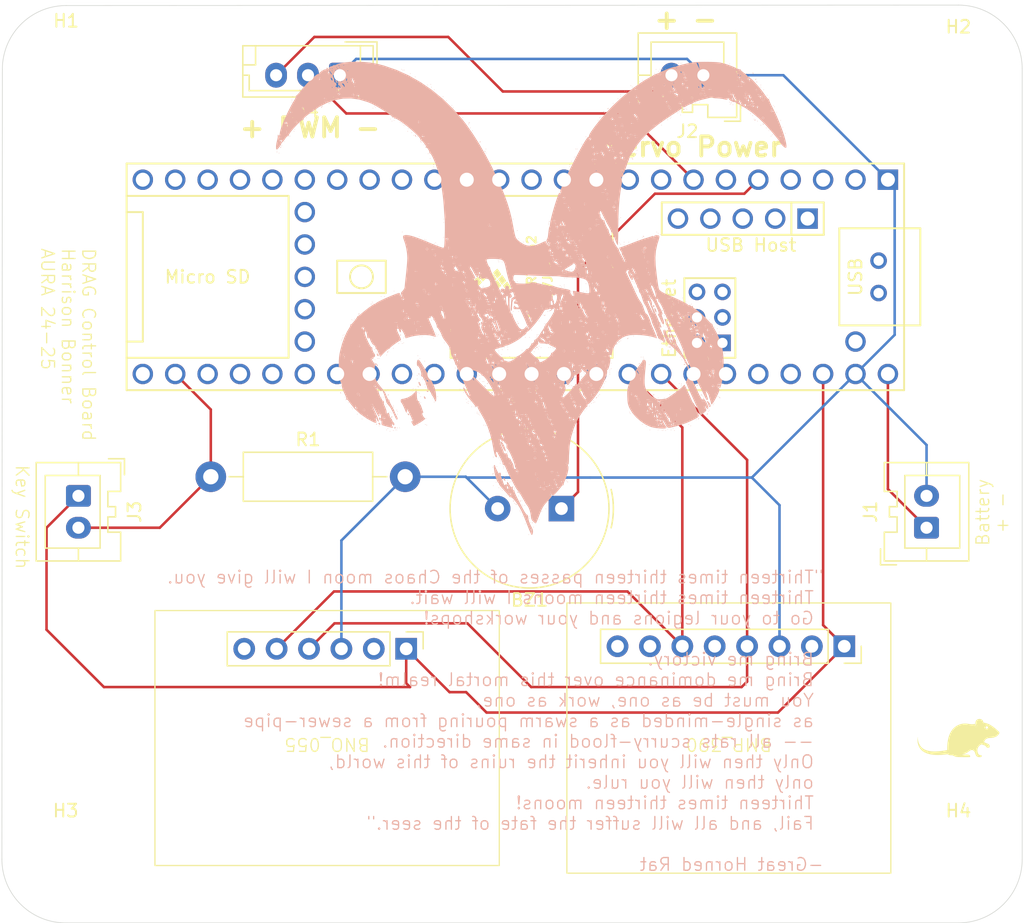
<source format=kicad_pcb>
(kicad_pcb (version 20240108) (generator "pcbnew") (generator_version "8.0")
  (layers (0 "F.Cu" signal) (31 "B.Cu" signal) (34 "B.Paste" user) (35 "F.Paste" user) (36 "B.SilkS" user "B.Silkscreen") (37 "F.SilkS" user "F.Silkscreen") (38 "B.Mask" user) (39 "F.Mask" user) (44 "Edge.Cuts" user))
  (net 0 "")
  (net 1 "SCL")
  (net 2 "3v3")
  (net 4 "SDA")
  (net 5 "GND")
  (net 8 "Net-(BZ1-+)")
  (net 9 "Net-(J1-Pin_1)")
  (net 10 "Net-(J3-Pin_2)")
  (net 56 "SERVO_POWER")
  (net 73 "SERVO_PMW")
  (footprint "MountingHole:MountingHole_3.2mm_M3_DIN965" (layer "F.Cu") (at 212 69)
    (property "Reference" "H2" (at 0 -3.8 0) (layer "F.SilkS"))
    (property "Value" "MountingHole")
    (pad "" np_thru_hole circle (at 0 0) (size 3.2 3.2) (drill 3.2) (layers "*.Cu" "*.Mask"))
  )
  (footprint "MountingHole:MountingHole_3.2mm_M3_DIN965" (layer "F.Cu") (at 142.035534 68.535534)
    (property "Reference" "H1" (at 0 -3.8 0) (layer "F.SilkS"))
    (property "Value" "MountingHole")
    (pad "" np_thru_hole circle (at 0 0) (size 3.2 3.2) (drill 3.2) (layers "*.Cu" "*.Mask"))
  )
  (footprint "Breakouts:Teensy41" (layer "F.Cu") (at 177.26 84.8184 180)
    (property "Reference" "U1" (at 0 -10.16 0) (layer "F.SilkS"))
    (property "Value" "Teensy4.1")
    (fp_text user "USB Host" (at -18.4658 2.4892 0) (layer "F.SilkS"))
    (fp_text user "USB" (at -26.67 0 90) (layer "F.SilkS"))
    (fp_text user "Micro SD" (at 24.13 0 0) (layer "F.SilkS"))
    (fp_text user "MIMXRT1062" (at -1.27 0 90) (layer "F.SilkS") (effects (font (size 0.7 0.7))))
    (fp_text user "DVJ6A" (at -2.54 -0.18 90) (layer "F.SilkS") (effects (font (size 0.7 0.7))))
    (fp_text user "Ethernet" (at -12.065 -3.2766 90) (layer "F.SilkS"))
    (pad "1" thru_hole rect (at -29.21 7.62 180) (size 1.6 1.6) (drill 1.1) (layers "*.Cu" "*.Mask") (net 5 "GND"))
    (pad "2" thru_hole circle (at -26.67 7.62 180) (size 1.6 1.6) (drill 1.1) (layers "*.Cu" "*.Mask"))
    (pad "3" thru_hole circle (at -24.13 7.62 180) (size 1.6 1.6) (drill 1.1) (layers "*.Cu" "*.Mask"))
    (pad "4" thru_hole circle (at -21.59 7.62 180) (size 1.6 1.6) (drill 1.1) (layers "*.Cu" "*.Mask"))
    (pad "5" thru_hole circle (at -19.05 7.62 180) (size 1.6 1.6) (drill 1.1) (layers "*.Cu" "*.Mask") (net 8 "Net-(BZ1-+)"))
    (pad "6" thru_hole circle (at -16.51 7.62 180) (size 1.6 1.6) (drill 1.1) (layers "*.Cu" "*.Mask"))
    (pad "7" thru_hole circle (at -13.97 7.62 180) (size 1.6 1.6) (drill 1.1) (layers "*.Cu" "*.Mask") (net 73 "SERVO_PMW"))
    (pad "8" thru_hole circle (at -11.43 7.62 180) (size 1.6 1.6) (drill 1.1) (layers "*.Cu" "*.Mask"))
    (pad "9" thru_hole circle (at -8.89 7.62 180) (size 1.6 1.6) (drill 1.1) (layers "*.Cu" "*.Mask"))
    (pad "10" thru_hole circle (at -6.35 7.62 180) (size 1.6 1.6) (drill 1.1) (layers "*.Cu" "*.Mask"))
    (pad "11" thru_hole circle (at -3.81 7.62 180) (size 1.6 1.6) (drill 1.1) (layers "*.Cu" "*.Mask"))
    (pad "12" thru_hole circle (at -1.27 7.62 180) (size 1.6 1.6) (drill 1.1) (layers "*.Cu" "*.Mask"))
    (pad "13" thru_hole circle (at 1.27 7.62 180) (size 1.6 1.6) (drill 1.1) (layers "*.Cu" "*.Mask"))
    (pad "14" thru_hole circle (at 3.81 7.62 180) (size 1.6 1.6) (drill 1.1) (layers "*.Cu" "*.Mask"))
    (pad "15" thru_hole circle (at 6.35 7.62 180) (size 1.6 1.6) (drill 1.1) (layers "*.Cu" "*.Mask"))
    (pad "16" thru_hole circle (at 8.89 7.62 180) (size 1.6 1.6) (drill 1.1) (layers "*.Cu" "*.Mask"))
    (pad "17" thru_hole circle (at 11.43 7.62 180) (size 1.6 1.6) (drill 1.1) (layers "*.Cu" "*.Mask"))
    (pad "18" thru_hole circle (at 13.97 7.62 180) (size 1.6 1.6) (drill 1.1) (layers "*.Cu" "*.Mask"))
    (pad "19" thru_hole circle (at 16.51 7.62 180) (size 1.6 1.6) (drill 1.1) (layers "*.Cu" "*.Mask"))
    (pad "20" thru_hole circle (at 19.05 7.62 180) (size 1.6 1.6) (drill 1.1) (layers "*.Cu" "*.Mask"))
    (pad "21" thru_hole circle (at 21.59 7.62 180) (size 1.6 1.6) (drill 1.1) (layers "*.Cu" "*.Mask"))
    (pad "22" thru_hole circle (at 24.13 7.62 180) (size 1.6 1.6) (drill 1.1) (layers "*.Cu" "*.Mask"))
    (pad "23" thru_hole circle (at 26.67 7.62 180) (size 1.6 1.6) (drill 1.1) (layers "*.Cu" "*.Mask"))
    (pad "24" thru_hole circle (at 29.21 7.62 180) (size 1.6 1.6) (drill 1.1) (layers "*.Cu" "*.Mask"))
    (pad "25" thru_hole circle (at 29.21 -7.62 180) (size 1.6 1.6) (drill 1.1) (layers "*.Cu" "*.Mask"))
    (pad "26" thru_hole circle (at 26.67 -7.62 180) (size 1.6 1.6) (drill 1.1) (layers "*.Cu" "*.Mask") (net 10 "Net-(J3-Pin_2)"))
    (pad "27" thru_hole circle (at 24.13 -7.62 180) (size 1.6 1.6) (drill 1.1) (layers "*.Cu" "*.Mask"))
    (pad "28" thru_hole circle (at 21.59 -7.62 180) (size 1.6 1.6) (drill 1.1) (layers "*.Cu" "*.Mask"))
    (pad "29" thru_hole circle (at 19.05 -7.62 180) (size 1.6 1.6) (drill 1.1) (layers "*.Cu" "*.Mask"))
    (pad "30" thru_hole circle (at 16.51 -7.62 180) (size 1.6 1.6) (drill 1.1) (layers "*.Cu" "*.Mask"))
    (pad "31" thru_hole circle (at 13.97 -7.62 180) (size 1.6 1.6) (drill 1.1) (layers "*.Cu" "*.Mask"))
    (pad "32" thru_hole circle (at 11.43 -7.62 180) (size 1.6 1.6) (drill 1.1) (layers "*.Cu" "*.Mask"))
    (pad "33" thru_hole circle (at 8.89 -7.62 180) (size 1.6 1.6) (drill 1.1) (layers "*.Cu" "*.Mask"))
    (pad "34" thru_hole circle (at 6.35 -7.62 180) (size 1.6 1.6) (drill 1.1) (layers "*.Cu" "*.Mask"))
    (pad "35" thru_hole circle (at 3.81 -7.62 180) (size 1.6 1.6) (drill 1.1) (layers "*.Cu" "*.Mask"))
    (pad "36" thru_hole circle (at 1.27 -7.62 180) (size 1.6 1.6) (drill 1.1) (layers "*.Cu" "*.Mask"))
    (pad "37" thru_hole circle (at -1.27 -7.62 180) (size 1.6 1.6) (drill 1.1) (layers "*.Cu" "*.Mask"))
    (pad "38" thru_hole circle (at -3.81 -7.62 180) (size 1.6 1.6) (drill 1.1) (layers "*.Cu" "*.Mask"))
    (pad "39" thru_hole circle (at -6.35 -7.62 180) (size 1.6 1.6) (drill 1.1) (layers "*.Cu" "*.Mask"))
    (pad "40" thru_hole circle (at -8.89 -7.62 180) (size 1.6 1.6) (drill 1.1) (layers "*.Cu" "*.Mask") (net 4 "SDA"))
    (pad "41" thru_hole circle (at -11.43 -7.62 180) (size 1.6 1.6) (drill 1.1) (layers "*.Cu" "*.Mask") (net 1 "SCL"))
    (pad "42" thru_hole circle (at -13.97 -7.62 180) (size 1.6 1.6) (drill 1.1) (layers "*.Cu" "*.Mask"))
    (pad "43" thru_hole circle (at -16.51 -7.62 180) (size 1.6 1.6) (drill 1.1) (layers "*.Cu" "*.Mask"))
    (pad "44" thru_hole circle (at -19.05 -7.62 180) (size 1.6 1.6) (drill 1.1) (layers "*.Cu" "*.Mask"))
    (pad "45" thru_hole circle (at -21.59 -7.62 180) (size 1.6 1.6) (drill 1.1) (layers "*.Cu" "*.Mask"))
    (pad "46" thru_hole circle (at -24.13 -7.62 180) (size 1.6 1.6) (drill 1.1) (layers "*.Cu" "*.Mask") (net 2 "3v3"))
    (pad "47" thru_hole circle (at -26.67 -7.62 180) (size 1.6 1.6) (drill 1.1) (layers "*.Cu" "*.Mask") (net 5 "GND"))
    (pad "48" thru_hole circle (at -29.21 -7.62 180) (size 1.6 1.6) (drill 1.1) (layers "*.Cu" "*.Mask") (net 9 "Net-(J1-Pin_1)"))
    (pad "49" thru_hole circle (at -26.67 -5.08 180) (size 1.6 1.6) (drill 1.1) (layers "*.Cu" "*.Mask"))
    (pad "50" thru_hole circle (at 16.51 5.08 180) (size 1.6 1.6) (drill 1.1) (layers "*.Cu" "*.Mask"))
    (pad "51" thru_hole circle (at 16.51 2.54 180) (size 1.6 1.6) (drill 1.1) (layers "*.Cu" "*.Mask"))
    (pad "52" thru_hole circle (at 16.51 0 180) (size 1.6 1.6) (drill 1.1) (layers "*.Cu" "*.Mask"))
    (pad "53" thru_hole circle (at 16.51 -2.54 180) (size 1.6 1.6) (drill 1.1) (layers "*.Cu" "*.Mask"))
    (pad "54" thru_hole circle (at 16.51 -5.08 180) (size 1.6 1.6) (drill 1.1) (layers "*.Cu" "*.Mask"))
    (pad "55" thru_hole rect (at -22.9108 4.5692 180) (size 1.6 1.6) (drill 1.1) (layers "*.Cu" "*.Mask"))
    (pad "56" thru_hole circle (at -20.3708 4.5692 180) (size 1.6 1.6) (drill 1.1) (layers "*.Cu" "*.Mask"))
    (pad "57" thru_hole circle (at -17.8308 4.5692 180) (size 1.6 1.6) (drill 1.1) (layers "*.Cu" "*.Mask"))
    (pad "58" thru_hole circle (at -15.2908 4.5692 180) (size 1.6 1.6) (drill 1.1) (layers "*.Cu" "*.Mask"))
    (pad "59" thru_hole circle (at -12.7508 4.5692 180) (size 1.6 1.6) (drill 1.1) (layers "*.Cu" "*.Mask"))
    (pad "60" thru_hole rect (at -16.24 -5.1816 180) (size 1.3 1.3) (drill 0.8) (layers "*.Cu" "*.Mask"))
    (pad "61" thru_hole circle (at -16.24 -3.1816 180) (size 1.3 1.3) (drill 0.8) (layers "*.Cu" "*.Mask"))
    (pad "62" thru_hole circle (at -16.24 -1.1816 180) (size 1.3 1.3) (drill 0.8) (layers "*.Cu" "*.Mask"))
    (pad "63" thru_hole circle (at -14.24 -1.1816 180) (size 1.3 1.3) (drill 0.8) (layers "*.Cu" "*.Mask"))
    (pad "64" thru_hole circle (at -14.24 -3.1816 180) (size 1.3 1.3) (drill 0.8) (layers "*.Cu" "*.Mask"))
    (pad "65" thru_hole circle (at -14.24 -5.1816 180) (size 1.3 1.3) (drill 0.8) (layers "*.Cu" "*.Mask"))
    (pad "66" thru_hole circle (at -28.48 -1.27 180) (size 1.3 1.3) (drill 0.8) (layers "*.Cu" "*.Mask"))
    (pad "67" thru_hole circle (at -28.48 1.27 180) (size 1.3 1.3) (drill 0.8) (layers "*.Cu" "*.Mask"))
  )
  (footprint "MountingHole:MountingHole_3.2mm_M3_DIN965" (layer "F.Cu") (at 212 130.5)
    (property "Reference" "H4" (at 0 -3.8 0) (layer "F.SilkS"))
    (property "Value" "MountingHole")
    (pad "" np_thru_hole circle (at 0 0) (size 3.2 3.2) (drill 3.2) (layers "*.Cu" "*.Mask"))
  )
  (footprint "Breakouts:BNO055Ada" (layer "F.Cu") (at 162.5 121 180)
    (property "Reference" "BNO_055" (at 0 -0.5 180) (layer "F.SilkS") (effects (font (thickness 0.1))))
    (property "Value" "~")
    (pad "1" thru_hole rect (at -6.2 7 270) (size 1.7 1.7) (drill 1) (layers "*.Cu" "*.Mask") (net 2 "3v3"))
    (pad "2" thru_hole oval (at -3.66 7 270) (size 1.7 1.7) (drill 1) (layers "*.Cu" "*.Mask"))
    (pad "3" thru_hole oval (at -1.12 7 270) (size 1.7 1.7) (drill 1) (layers "*.Cu" "*.Mask") (net 5 "GND"))
    (pad "4" thru_hole oval (at 1.42 7 270) (size 1.7 1.7) (drill 1) (layers "*.Cu" "*.Mask") (net 1 "SCL"))
    (pad "5" thru_hole oval (at 3.96 7 270) (size 1.7 1.7) (drill 1) (layers "*.Cu" "*.Mask") (net 4 "SDA"))
    (pad "6" thru_hole oval (at 6.5 7 270) (size 1.7 1.7) (drill 1) (layers "*.Cu" "*.Mask"))
  )
  (footprint "Connector_JST:JST_XA_B02B-XASK-1_1x02_P2.50mm_Vertical" (layer "F.Cu") (at 192 69 180)
    (property "Reference" "J2" (at 1.25 -4.4 360) (layer "F.SilkS"))
    (property "Value" "Conn_01x02")
    (pad "1" thru_hole roundrect (at 0 0 180) (size 1.7 1.95) (drill 0.95) (layers "*.Cu" "*.Mask") (roundrect_rratio 0.147059) (net 5 "GND"))
    (pad "2" thru_hole oval (at 2.5 0 180) (size 1.7 1.95) (drill 0.95) (layers "*.Cu" "*.Mask") (net 56 "SERVO_POWER"))
  )
  (footprint "LOGO" (layer "F.Cu") (at 212 121)
    (property "Reference" "G***" (hide yes))
    (property "Value" "LOGO" (hide yes))
  )
  (footprint "Resistor_THT:R_Axial_DIN0411_L9.9mm_D3.6mm_P15.24mm_Horizontal" (layer "F.Cu") (at 153.38 100.5)
    (property "Reference" "R1" (at 7.62 -2.92 0) (layer "F.SilkS"))
    (property "Value" "470")
    (pad "1" thru_hole circle (at 0 0) (size 2.4 2.4) (drill 1.2) (layers "*.Cu" "*.Mask") (net 10 "Net-(J3-Pin_2)"))
    (pad "2" thru_hole oval (at 15.24 0) (size 2.4 2.4) (drill 1.2) (layers "*.Cu" "*.Mask") (net 5 "GND"))
  )
  (footprint "Breakouts:BMP390" (layer "F.Cu") (at 194 121 180)
    (property "Reference" "BMP_390" (at 0 -0.5 180) (layer "F.SilkS") (effects (font (thickness 0.1))))
    (property "Value" "~")
    (pad "1" thru_hole rect (at -9.05 7.2 270) (size 1.7 1.7) (drill 1) (layers "*.Cu" "*.Mask") (net 2 "3v3"))
    (pad "2" thru_hole oval (at -6.51 7.2 270) (size 1.7 1.7) (drill 1) (layers "*.Cu" "*.Mask"))
    (pad "3" thru_hole oval (at -3.97 7.2 270) (size 1.7 1.7) (drill 1) (layers "*.Cu" "*.Mask") (net 5 "GND"))
    (pad "4" thru_hole oval (at -1.43 7.2 270) (size 1.7 1.7) (drill 1) (layers "*.Cu" "*.Mask") (net 1 "SCL"))
    (pad "5" thru_hole oval (at 1.11 7.2 270) (size 1.7 1.7) (drill 1) (layers "*.Cu" "*.Mask"))
    (pad "6" thru_hole oval (at 3.65 7.2 270) (size 1.7 1.7) (drill 1) (layers "*.Cu" "*.Mask") (net 4 "SDA"))
    (pad "7" thru_hole oval (at 6.19 7.2 270) (size 1.7 1.7) (drill 1) (layers "*.Cu" "*.Mask"))
    (pad "8" thru_hole oval (at 8.73 7.2 270) (size 1.7 1.7) (drill 1) (layers "*.Cu" "*.Mask"))
  )
  (footprint "Connector_JST:JST_EH_B3B-EH-A_1x03_P2.50mm_Vertical" (layer "F.Cu") (at 163.5 69 180)
    (property "Reference" "J4" (at 2.5 -2.8 360) (layer "F.SilkS"))
    (property "Value" "Conn_01x03")
    (pad "1" thru_hole roundrect (at 0 0 180) (size 1.7 1.95) (drill 0.95) (layers "*.Cu" "*.Mask") (roundrect_rratio 0.147059) (net 5 "GND"))
    (pad "2" thru_hole oval (at 2.5 0 180) (size 1.7 1.95) (drill 0.95) (layers "*.Cu" "*.Mask") (net 73 "SERVO_PMW"))
    (pad "3" thru_hole oval (at 5 0 180) (size 1.7 1.95) (drill 0.95) (layers "*.Cu" "*.Mask") (net 56 "SERVO_POWER"))
  )
  (footprint "MountingHole:MountingHole_3.2mm_M3_DIN965" (layer "F.Cu") (at 142 130.5)
    (property "Reference" "H3" (at 0 -3.8 0) (layer "F.SilkS"))
    (property "Value" "MountingHole")
    (pad "" np_thru_hole circle (at 0 0) (size 3.2 3.2) (drill 3.2) (layers "*.Cu" "*.Mask"))
  )
  (footprint "Connector_JST:JST_XA_B02B-XASK-1_1x02_P2.50mm_Vertical" (layer "F.Cu") (at 209.5 104.5 90)
    (property "Reference" "J1" (at 1.25 -4.4 90) (layer "F.SilkS"))
    (property "Value" "Conn_01x02")
    (pad "1" thru_hole roundrect (at 0 0 90) (size 1.7 1.95) (drill 0.95) (layers "*.Cu" "*.Mask") (roundrect_rratio 0.147059) (net 9 "Net-(J1-Pin_1)"))
    (pad "2" thru_hole oval (at 2.5 0 90) (size 1.7 1.95) (drill 0.95) (layers "*.Cu" "*.Mask") (net 5 "GND"))
  )
  (footprint "Buzzer_Beeper:Buzzer_TDK_PS1240P02BT_D12.2mm_H6.5mm" (layer "F.Cu") (at 180.870785 103 180)
    (property "Reference" "BZ1" (at 2.5 -7.17 0) (layer "F.SilkS"))
    (property "Value" "Buzzer")
    (pad "1" thru_hole rect (at 0 0 180) (size 2 2) (drill 1) (layers "*.Cu" "*.Mask") (net 8 "Net-(BZ1-+)"))
    (pad "2" thru_hole circle (at 5 0 180) (size 2 2) (drill 1) (layers "*.Cu" "*.Mask") (net 5 "GND"))
  )
  (footprint "Connector_JST:JST_XA_B02B-XASK-1_1x02_P2.50mm_Vertical" (layer "F.Cu") (at 143 102 -90)
    (property "Reference" "J3" (at 1.25 -4.4 90) (layer "F.SilkS"))
    (property "Value" "Conn_01x02")
    (pad "1" thru_hole roundrect (at 0 0 270) (size 1.7 1.95) (drill 0.95) (layers "*.Cu" "*.Mask") (roundrect_rratio 0.147059) (net 2 "3v3"))
    (pad "2" thru_hole oval (at 2.5 0 270) (size 1.7 1.95) (drill 0.95) (layers "*.Cu" "*.Mask") (net 10 "Net-(J3-Pin_2)"))
  )
  (footprint "LOGO" (layer "B.Cu") (at 178.5 86.5 180)
    (property "Reference" "G***" (at 0 0 0) (layer "B.SilkS") (effects (font (size 1.5 1.5) (thickness 0.3)) (justify mirror)))
    (property "Value" "LOGO" (hide yes))
  )
  (gr_line (start 137 130.5) (end 137.035534 68.535534) (stroke (width 0.05)) (layer "Edge.Cuts"))
  (gr_arc (start 217 130.5) (mid 215.535534 134.035534) (end 212 135.5) (stroke (width 0.05)) (layer "Edge.Cuts"))
  (gr_line (start 212 135.5) (end 142 135.5) (stroke (width 0.05)) (layer "Edge.Cuts"))
  (gr_arc (start 142 135.5) (mid 138.464466 134.035534) (end 137 130.5) (stroke (width 0.05)) (layer "Edge.Cuts"))
  (gr_line (start 142.035534 63.535534) (end 212 63.5) (stroke (width 0.05)) (layer "Edge.Cuts"))
  (gr_line (start 217 68.5) (end 217 130.5) (stroke (width 0.05)) (layer "Edge.Cuts"))
  (gr_arc (start 137.035534 68.535534) (mid 138.5 65) (end 142.035534 63.535534) (stroke (width 0.05)) (layer "Edge.Cuts"))
  (gr_arc (start 212 63.5) (mid 215.535534 64.964466) (end 217 68.5) (stroke (width 0.05)) (layer "Edge.Cuts"))
  (gr_text "{dblquote}Thirteen times thirteen passes of the Chaos moon I will give you.\n Thirteen times thirteen moons I will wait. \n Go to your legions and your workshops!\n\n Bring me victory.\n Bring me dominance over this mortal realm!\n You must be as one, work as one, \n as single-minded as a swarm pouring from a sewer-pipe\n -- all rats scurry-flood in same direction.\n Only then will you inherit the ruins of this world,\n only then will you rule.\n Thirteen times thirteen moons!\n Fail, and all will suffer the fate of the seer.{dblquote}\n\n-Great Horned Rat\n" (at 201.5 131.5 0) (layer "B.SilkS") (effects (font (size 1 1) (thickness 0.1)) (justify left bottom mirror)))
  (gr_text "+ -\n" (at 188 65.5 0) (layer "F.SilkS") (effects (font (size 1.5 1.5) (thickness 0.3) (bold yes)) (justify left bottom)))
  (gr_text "DRAG Control Board\nHarrison Bonner\nAURA 24-25\n" (at 140 82.5 -90) (layer "F.SilkS") (effects (font (size 1 1) (thickness 0.1)) (justify left bottom)))
  (gr_text "Battery" (at 214.5 106 90) (layer "F.SilkS") (effects (font (size 1 1) (thickness 0.1)) (justify left bottom)))
  (gr_text "Servo Power" (at 184 75.5 0) (layer "F.SilkS") (effects (font (size 1.5 1.5) (thickness 0.3) (bold yes)) (justify left bottom)))
  (gr_text "+ -\n" (at 216 105 90) (layer "F.SilkS") (effects (font (size 1 1) (thickness 0.1)) (justify left bottom)))
  (gr_text "Key Switch" (at 138 99.5 -90) (layer "F.SilkS") (effects (font (size 1 1) (thickness 0.1)) (justify left bottom)))
  (gr_text "+ PWM -\n" (at 155.5 74 0) (layer "F.SilkS") (effects (font (size 1.5 1.5) (thickness 0.3) (bold yes)) (justify left bottom)))
  (segment (start 195.43 113.8) (end 195.43 99.1784) (width 0.2) (layer "F.Cu") (net 1))
  (segment (start 195.43 116.57) (end 195 117) (width 0.2) (layer "F.Cu") (net 1))
  (segment (start 163.08 112) (end 161.08 114) (width 0.2) (layer "F.Cu") (net 1))
  (segment (start 195.43 99.1784) (end 188.69 92.4384) (width 0.2) (layer "F.Cu") (net 1))
  (segment (start 195.43 113.8) (end 195.43 116.57) (width 0.2) (layer "F.Cu") (net 1))
  (segment (start 178.5 117) (end 173.5 112) (width 0.2) (layer "F.Cu") (net 1))
  (segment (start 173.5 112) (end 163.08 112) (width 0.2) (layer "F.Cu") (net 1))
  (segment (start 195 117) (end 178.5 117) (width 0.2) (layer "F.Cu") (net 1))
  (segment (start 143 102) (end 140.5 104.5) (width 0.2) (layer "F.Cu") (net 2))
  (segment (start 175 119) (end 197.85 119) (width 0.2) (layer "F.Cu") (net 2))
  (segment (start 197.85 119) (end 203.05 113.8) (width 0.2) (layer "F.Cu") (net 2))
  (segment (start 172.1 117.4) (end 173.4 117.4) (width 0.2) (layer "F.Cu") (net 2))
  (segment (start 201.39 112.14) (end 203.05 113.8) (width 0.2) (layer "F.Cu") (net 2))
  (segment (start 201.39 92.4384) (end 201.39 112.14) (width 0.2) (layer "F.Cu") (net 2))
  (segment (start 145 117) (end 169 117) (width 0.2) (layer "F.Cu") (net 2))
  (segment (start 168.7 114) (end 172.1 117.4) (width 0.2) (layer "F.Cu") (net 2))
  (segment (start 173.4 117.4) (end 175 119) (width 0.2) (layer "F.Cu") (net 2))
  (segment (start 168.7 116.7) (end 168.7 114) (width 0.2) (layer "F.Cu") (net 2))
  (segment (start 169 117) (end 168.7 116.7) (width 0.2) (layer "F.Cu") (net 2))
  (segment (start 140.5 104.5) (end 140.5 112.5) (width 0.2) (layer "F.Cu") (net 2))
  (segment (start 140.5 112.5) (end 145 117) (width 0.2) (layer "F.Cu") (net 2))
  (segment (start 190.35 113.8) (end 190.35 96.6384) (width 0.2) (layer "F.Cu") (net 4))
  (segment (start 163.04 109.5) (end 158.54 114) (width 0.2) (layer "F.Cu") (net 4))
  (segment (start 186.05 109.5) (end 163.04 109.5) (width 0.2) (layer "F.Cu") (net 4))
  (segment (start 190.35 96.6384) (end 186.15 92.4384) (width 0.2) (layer "F.Cu") (net 4))
  (segment (start 190.35 113.8) (end 186.05 109.5) (width 0.2) (layer "F.Cu") (net 4))
  (segment (start 209.5 98.0084) (end 203.93 92.4384) (width 0.2) (layer "B.Cu") (net 5))
  (segment (start 197.739184 102.5) (end 195.803792 100.564608) (width 0.2) (layer "B.Cu") (net 5))
  (segment (start 197.97 102.730816) (end 197.739184 102.5) (width 0.2) (layer "B.Cu") (net 5))
  (segment (start 163.62 105.5) (end 168.62 100.5) (width 0.2) (layer "B.Cu") (net 5))
  (segment (start 173.435392 100.564608) (end 175.870785 103) (width 0.2) (layer "B.Cu") (net 5))
  (segment (start 173.435392 100.564608) (end 183.144608 100.564608) (width 0.2) (layer "B.Cu") (net 5))
  (segment (start 168.62 100.5) (end 173.370785 100.5) (width 0.2) (layer "B.Cu") (net 5))
  (segment (start 203.93 92.4384) (end 207 89.3684) (width 0.2) (layer "B.Cu") (net 5))
  (segment (start 195.803792 100.564608) (end 203.93 92.4384) (width 0.2) (layer "B.Cu") (net 5))
  (segment (start 207 77.7284) (end 206.47 77.1984) (width 0.2) (layer "B.Cu") (net 5))
  (segment (start 209.5 102) (end 209.5 98.0084) (width 0.2) (layer "B.Cu") (net 5))
  (segment (start 173.370785 100.5) (end 173.435392 100.564608) (width 0.2) (layer "B.Cu") (net 5))
  (segment (start 190.725 67.725) (end 164.775 67.725) (width 0.2) (layer "B.Cu") (net 5))
  (segment (start 192 69) (end 190.725 67.725) (width 0.2) (layer "B.Cu") (net 5))
  (segment (start 163.62 114) (end 163.62 105.5) (width 0.2) (layer "B.Cu") (net 5))
  (segment (start 183.144608 100.564608) (end 195.803792 100.564608) (width 0.2) (layer "B.Cu") (net 5))
  (segment (start 198.2716 69) (end 192 69) (width 0.2) (layer "B.Cu") (net 5))
  (segment (start 197.97 113.8) (end 197.97 102.730816) (width 0.2) (layer "B.Cu") (net 5))
  (segment (start 207 89.3684) (end 207 77.7284) (width 0.2) (layer "B.Cu") (net 5))
  (segment (start 206.47 77.1984) (end 198.2716 69) (width 0.2) (layer "B.Cu") (net 5))
  (segment (start 164.775 67.725) (end 163.5 69) (width 0.2) (layer "B.Cu") (net 5))
  (segment (start 182.17 84.33) (end 188.2016 78.2984) (width 0.2) (layer "F.Cu") (net 8))
  (segment (start 195.21 78.2984) (end 196.31 77.1984) (width 0.2) (layer "F.Cu") (net 8))
  (segment (start 182.17 101.700785) (end 182.17 84.33) (width 0.2) (layer "F.Cu") (net 8))
  (segment (start 188.2016 78.2984) (end 195.21 78.2984) (width 0.2) (layer "F.Cu") (net 8))
  (segment (start 180.870785 103) (end 182.17 101.700785) (width 0.2) (layer "F.Cu") (net 8))
  (segment (start 209.5 104.5) (end 206.47 101.47) (width 0.2) (layer "F.Cu") (net 9))
  (segment (start 206.47 101.47) (end 206.47 92.4384) (width 0.2) (layer "F.Cu") (net 9))
  (segment (start 143 104.5) (end 149.38 104.5) (width 0.2) (layer "F.Cu") (net 10))
  (segment (start 149.38 104.5) (end 153.38 100.5) (width 0.2) (layer "F.Cu") (net 10))
  (segment (start 153.38 95.2284) (end 150.59 92.4384) (width 0.2) (layer "F.Cu") (net 10))
  (segment (start 153.38 100.5) (end 153.38 95.2284) (width 0.2) (layer "F.Cu") (net 10))
  (segment (start 189.5 69) (end 188.225 70.275) (width 0.2) (layer "F.Cu") (net 56))
  (segment (start 172 66) (end 161.5 66) (width 0.2) (layer "F.Cu") (net 56))
  (segment (start 161.5 66) (end 158.5 69) (width 0.2) (layer "F.Cu") (net 56))
  (segment (start 188.225 70.275) (end 176.275 70.275) (width 0.2) (layer "F.Cu") (net 56))
  (segment (start 176.275 70.275) (end 172 66) (width 0.2) (layer "F.Cu") (net 56))
  (segment (start 186.0316 72) (end 191.23 77.1984) (width 0.2) (layer "F.Cu") (net 73))
  (segment (start 164 72) (end 186.0316 72) (width 0.2) (layer "F.Cu") (net 73))
  (segment (start 161 69) (end 164 72) (width 0.2) (layer "F.Cu") (net 73))
)
</source>
